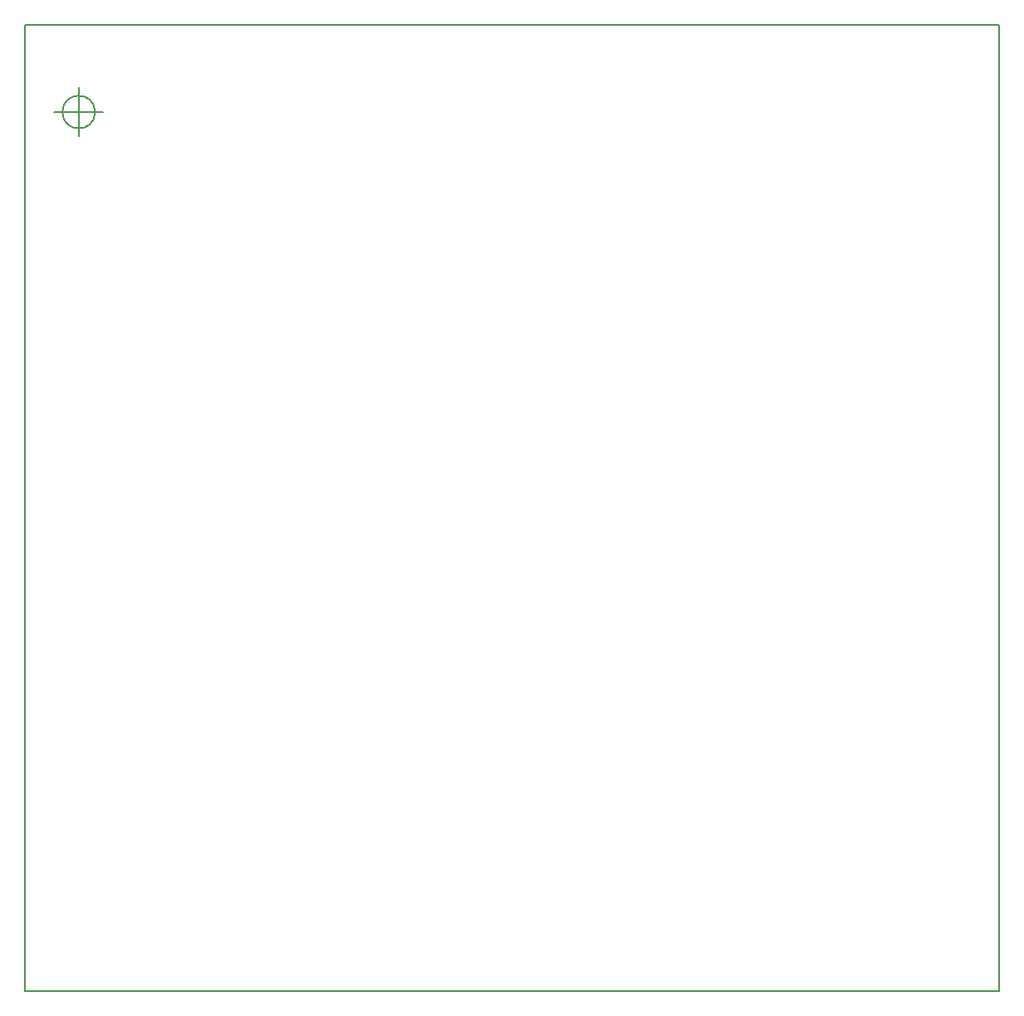
<source format=gm1>
G04 #@! TF.FileFunction,Profile,NP*
%FSLAX46Y46*%
G04 Gerber Fmt 4.6, Leading zero omitted, Abs format (unit mm)*
G04 Created by KiCad (PCBNEW 4.0.4+e1-6308~48~ubuntu14.04.1-stable) date Sun Oct 16 21:10:46 2016*
%MOMM*%
%LPD*%
G01*
G04 APERTURE LIST*
%ADD10C,0.100000*%
%ADD11C,0.150000*%
G04 APERTURE END LIST*
D10*
D11*
X40655666Y-46482000D02*
G75*
G03X40655666Y-46482000I-1666666J0D01*
G01*
X36489000Y-46482000D02*
X41489000Y-46482000D01*
X38989000Y-43982000D02*
X38989000Y-48982000D01*
X132842000Y-37592000D02*
X33528000Y-37592000D01*
X132842000Y-136144000D02*
X132842000Y-37592000D01*
X33528000Y-136144000D02*
X132842000Y-136144000D01*
X33528000Y-37592000D02*
X33528000Y-136144000D01*
M02*

</source>
